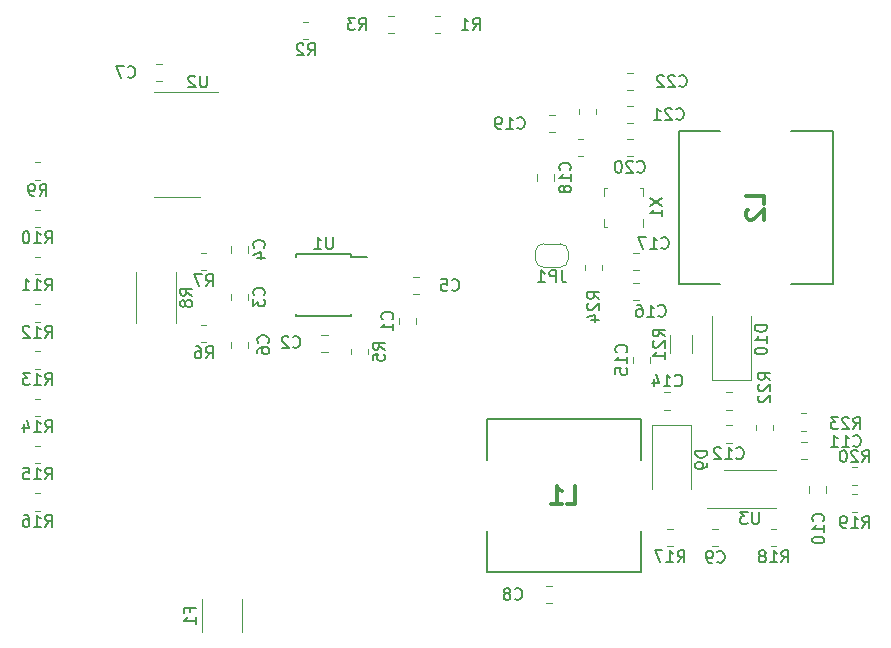
<source format=gbr>
%TF.GenerationSoftware,KiCad,Pcbnew,6.0.4-6f826c9f35~116~ubuntu20.04.1*%
%TF.CreationDate,2022-08-10T08:34:16+00:00*%
%TF.ProjectId,SOLARMINIBAT01A,534f4c41-524d-4494-9e49-424154303141,rev?*%
%TF.SameCoordinates,Original*%
%TF.FileFunction,Legend,Bot*%
%TF.FilePolarity,Positive*%
%FSLAX46Y46*%
G04 Gerber Fmt 4.6, Leading zero omitted, Abs format (unit mm)*
G04 Created by KiCad (PCBNEW 6.0.4-6f826c9f35~116~ubuntu20.04.1) date 2022-08-10 08:34:16*
%MOMM*%
%LPD*%
G01*
G04 APERTURE LIST*
%ADD10C,0.150000*%
%ADD11C,0.304800*%
%ADD12C,0.120000*%
G04 APERTURE END LIST*
D10*
%TO.C,D10*%
X70008380Y36520286D02*
X69008380Y36520286D01*
X69008380Y36282191D01*
X69056000Y36139334D01*
X69151238Y36044096D01*
X69246476Y35996477D01*
X69436952Y35948858D01*
X69579809Y35948858D01*
X69770285Y35996477D01*
X69865523Y36044096D01*
X69960761Y36139334D01*
X70008380Y36282191D01*
X70008380Y36520286D01*
X70008380Y34996477D02*
X70008380Y35567905D01*
X70008380Y35282191D02*
X69008380Y35282191D01*
X69151238Y35377429D01*
X69246476Y35472667D01*
X69294095Y35567905D01*
X69008380Y34377429D02*
X69008380Y34282191D01*
X69056000Y34186953D01*
X69103619Y34139334D01*
X69198857Y34091715D01*
X69389333Y34044096D01*
X69627428Y34044096D01*
X69817904Y34091715D01*
X69913142Y34139334D01*
X69960761Y34186953D01*
X70008380Y34282191D01*
X70008380Y34377429D01*
X69960761Y34472667D01*
X69913142Y34520286D01*
X69817904Y34567905D01*
X69627428Y34615524D01*
X69389333Y34615524D01*
X69198857Y34567905D01*
X69103619Y34520286D01*
X69056000Y34472667D01*
X69008380Y34377429D01*
%TO.C,X1*%
X60164380Y47291524D02*
X61164380Y46624858D01*
X60164380Y46624858D02*
X61164380Y47291524D01*
X61164380Y45720096D02*
X61164380Y46291524D01*
X61164380Y46005810D02*
X60164380Y46005810D01*
X60307238Y46101048D01*
X60402476Y46196286D01*
X60450095Y46291524D01*
%TO.C,R22*%
X70302380Y31884858D02*
X69826190Y32218191D01*
X70302380Y32456286D02*
X69302380Y32456286D01*
X69302380Y32075334D01*
X69350000Y31980096D01*
X69397619Y31932477D01*
X69492857Y31884858D01*
X69635714Y31884858D01*
X69730952Y31932477D01*
X69778571Y31980096D01*
X69826190Y32075334D01*
X69826190Y32456286D01*
X69397619Y31503905D02*
X69350000Y31456286D01*
X69302380Y31361048D01*
X69302380Y31122953D01*
X69350000Y31027715D01*
X69397619Y30980096D01*
X69492857Y30932477D01*
X69588095Y30932477D01*
X69730952Y30980096D01*
X70302380Y31551524D01*
X70302380Y30932477D01*
X69397619Y30551524D02*
X69350000Y30503905D01*
X69302380Y30408667D01*
X69302380Y30170572D01*
X69350000Y30075334D01*
X69397619Y30027715D01*
X69492857Y29980096D01*
X69588095Y29980096D01*
X69730952Y30027715D01*
X70302380Y30599143D01*
X70302380Y29980096D01*
%TO.C,R21*%
X61370380Y35567858D02*
X60894190Y35901191D01*
X61370380Y36139286D02*
X60370380Y36139286D01*
X60370380Y35758334D01*
X60418000Y35663096D01*
X60465619Y35615477D01*
X60560857Y35567858D01*
X60703714Y35567858D01*
X60798952Y35615477D01*
X60846571Y35663096D01*
X60894190Y35758334D01*
X60894190Y36139286D01*
X60465619Y35186905D02*
X60418000Y35139286D01*
X60370380Y35044048D01*
X60370380Y34805953D01*
X60418000Y34710715D01*
X60465619Y34663096D01*
X60560857Y34615477D01*
X60656095Y34615477D01*
X60798952Y34663096D01*
X61370380Y35234524D01*
X61370380Y34615477D01*
X61370380Y33663096D02*
X61370380Y34234524D01*
X61370380Y33948810D02*
X60370380Y33948810D01*
X60513238Y34044048D01*
X60608476Y34139286D01*
X60656095Y34234524D01*
%TO.C,F1*%
X21154571Y12271334D02*
X21154571Y12604667D01*
X21678380Y12604667D02*
X20678380Y12604667D01*
X20678380Y12128477D01*
X21678380Y11223715D02*
X21678380Y11795143D01*
X21678380Y11509429D02*
X20678380Y11509429D01*
X20821238Y11604667D01*
X20916476Y11699905D01*
X20964095Y11795143D01*
%TO.C,C16*%
X60840857Y37332858D02*
X60888476Y37285239D01*
X61031333Y37237620D01*
X61126571Y37237620D01*
X61269428Y37285239D01*
X61364666Y37380477D01*
X61412285Y37475715D01*
X61459904Y37666191D01*
X61459904Y37809048D01*
X61412285Y37999524D01*
X61364666Y38094762D01*
X61269428Y38190000D01*
X61126571Y38237620D01*
X61031333Y38237620D01*
X60888476Y38190000D01*
X60840857Y38142381D01*
X59888476Y37237620D02*
X60459904Y37237620D01*
X60174190Y37237620D02*
X60174190Y38237620D01*
X60269428Y38094762D01*
X60364666Y37999524D01*
X60459904Y37951905D01*
X59031333Y38237620D02*
X59221809Y38237620D01*
X59317047Y38190000D01*
X59364666Y38142381D01*
X59459904Y37999524D01*
X59507523Y37809048D01*
X59507523Y37428096D01*
X59459904Y37332858D01*
X59412285Y37285239D01*
X59317047Y37237620D01*
X59126571Y37237620D01*
X59031333Y37285239D01*
X58983714Y37332858D01*
X58936095Y37428096D01*
X58936095Y37666191D01*
X58983714Y37761429D01*
X59031333Y37809048D01*
X59126571Y37856667D01*
X59317047Y37856667D01*
X59412285Y37809048D01*
X59459904Y37761429D01*
X59507523Y37666191D01*
%TO.C,R19*%
X78112857Y19360620D02*
X78446190Y19836810D01*
X78684285Y19360620D02*
X78684285Y20360620D01*
X78303333Y20360620D01*
X78208095Y20313000D01*
X78160476Y20265381D01*
X78112857Y20170143D01*
X78112857Y20027286D01*
X78160476Y19932048D01*
X78208095Y19884429D01*
X78303333Y19836810D01*
X78684285Y19836810D01*
X77160476Y19360620D02*
X77731904Y19360620D01*
X77446190Y19360620D02*
X77446190Y20360620D01*
X77541428Y20217762D01*
X77636666Y20122524D01*
X77731904Y20074905D01*
X76684285Y19360620D02*
X76493809Y19360620D01*
X76398571Y19408239D01*
X76350952Y19455858D01*
X76255714Y19598715D01*
X76208095Y19789191D01*
X76208095Y20170143D01*
X76255714Y20265381D01*
X76303333Y20313000D01*
X76398571Y20360620D01*
X76589047Y20360620D01*
X76684285Y20313000D01*
X76731904Y20265381D01*
X76779523Y20170143D01*
X76779523Y19932048D01*
X76731904Y19836810D01*
X76684285Y19789191D01*
X76589047Y19741572D01*
X76398571Y19741572D01*
X76303333Y19789191D01*
X76255714Y19836810D01*
X76208095Y19932048D01*
D11*
%TO.C,L2*%
X69777428Y46736000D02*
X69777428Y47461715D01*
X68253428Y47461715D01*
X68398571Y46300572D02*
X68326000Y46228000D01*
X68253428Y46082858D01*
X68253428Y45720000D01*
X68326000Y45574858D01*
X68398571Y45502286D01*
X68543714Y45429715D01*
X68688857Y45429715D01*
X68906571Y45502286D01*
X69777428Y46373143D01*
X69777428Y45429715D01*
D10*
%TO.C,U1*%
X33273904Y43975620D02*
X33273904Y43166096D01*
X33226285Y43070858D01*
X33178666Y43023239D01*
X33083428Y42975620D01*
X32892952Y42975620D01*
X32797714Y43023239D01*
X32750095Y43070858D01*
X32702476Y43166096D01*
X32702476Y43975620D01*
X31702476Y42975620D02*
X32273904Y42975620D01*
X31988190Y42975620D02*
X31988190Y43975620D01*
X32083428Y43832762D01*
X32178666Y43737524D01*
X32273904Y43689905D01*
%TO.C,C17*%
X61094857Y43076858D02*
X61142476Y43029239D01*
X61285333Y42981620D01*
X61380571Y42981620D01*
X61523428Y43029239D01*
X61618666Y43124477D01*
X61666285Y43219715D01*
X61713904Y43410191D01*
X61713904Y43553048D01*
X61666285Y43743524D01*
X61618666Y43838762D01*
X61523428Y43934000D01*
X61380571Y43981620D01*
X61285333Y43981620D01*
X61142476Y43934000D01*
X61094857Y43886381D01*
X60142476Y42981620D02*
X60713904Y42981620D01*
X60428190Y42981620D02*
X60428190Y43981620D01*
X60523428Y43838762D01*
X60618666Y43743524D01*
X60713904Y43695905D01*
X59809142Y43981620D02*
X59142476Y43981620D01*
X59571047Y42981620D01*
%TO.C,R10*%
X8921357Y43457620D02*
X9254690Y43933810D01*
X9492785Y43457620D02*
X9492785Y44457620D01*
X9111833Y44457620D01*
X9016595Y44410000D01*
X8968976Y44362381D01*
X8921357Y44267143D01*
X8921357Y44124286D01*
X8968976Y44029048D01*
X9016595Y43981429D01*
X9111833Y43933810D01*
X9492785Y43933810D01*
X7968976Y43457620D02*
X8540404Y43457620D01*
X8254690Y43457620D02*
X8254690Y44457620D01*
X8349928Y44314762D01*
X8445166Y44219524D01*
X8540404Y44171905D01*
X7349928Y44457620D02*
X7254690Y44457620D01*
X7159452Y44410000D01*
X7111833Y44362381D01*
X7064214Y44267143D01*
X7016595Y44076667D01*
X7016595Y43838572D01*
X7064214Y43648096D01*
X7111833Y43552858D01*
X7159452Y43505239D01*
X7254690Y43457620D01*
X7349928Y43457620D01*
X7445166Y43505239D01*
X7492785Y43552858D01*
X7540404Y43648096D01*
X7588023Y43838572D01*
X7588023Y44076667D01*
X7540404Y44267143D01*
X7492785Y44362381D01*
X7445166Y44410000D01*
X7349928Y44457620D01*
%TO.C,C7*%
X15914666Y57554858D02*
X15962285Y57507239D01*
X16105142Y57459620D01*
X16200380Y57459620D01*
X16343238Y57507239D01*
X16438476Y57602477D01*
X16486095Y57697715D01*
X16533714Y57888191D01*
X16533714Y58031048D01*
X16486095Y58221524D01*
X16438476Y58316762D01*
X16343238Y58412000D01*
X16200380Y58459620D01*
X16105142Y58459620D01*
X15962285Y58412000D01*
X15914666Y58364381D01*
X15581333Y58459620D02*
X14914666Y58459620D01*
X15343238Y57459620D01*
%TO.C,R7*%
X22518666Y39807620D02*
X22852000Y40283810D01*
X23090095Y39807620D02*
X23090095Y40807620D01*
X22709142Y40807620D01*
X22613904Y40760000D01*
X22566285Y40712381D01*
X22518666Y40617143D01*
X22518666Y40474286D01*
X22566285Y40379048D01*
X22613904Y40331429D01*
X22709142Y40283810D01*
X23090095Y40283810D01*
X22185333Y40807620D02*
X21518666Y40807620D01*
X21947238Y39807620D01*
%TO.C,C1*%
X38301142Y37026667D02*
X38348761Y37074286D01*
X38396380Y37217143D01*
X38396380Y37312381D01*
X38348761Y37455239D01*
X38253523Y37550477D01*
X38158285Y37598096D01*
X37967809Y37645715D01*
X37824952Y37645715D01*
X37634476Y37598096D01*
X37539238Y37550477D01*
X37444000Y37455239D01*
X37396380Y37312381D01*
X37396380Y37217143D01*
X37444000Y37074286D01*
X37491619Y37026667D01*
X38396380Y36074286D02*
X38396380Y36645715D01*
X38396380Y36360000D02*
X37396380Y36360000D01*
X37539238Y36455239D01*
X37634476Y36550477D01*
X37682095Y36645715D01*
%TO.C,R24*%
X55824380Y38742858D02*
X55348190Y39076191D01*
X55824380Y39314286D02*
X54824380Y39314286D01*
X54824380Y38933334D01*
X54872000Y38838096D01*
X54919619Y38790477D01*
X55014857Y38742858D01*
X55157714Y38742858D01*
X55252952Y38790477D01*
X55300571Y38838096D01*
X55348190Y38933334D01*
X55348190Y39314286D01*
X54919619Y38361905D02*
X54872000Y38314286D01*
X54824380Y38219048D01*
X54824380Y37980953D01*
X54872000Y37885715D01*
X54919619Y37838096D01*
X55014857Y37790477D01*
X55110095Y37790477D01*
X55252952Y37838096D01*
X55824380Y38409524D01*
X55824380Y37790477D01*
X55157714Y36933334D02*
X55824380Y36933334D01*
X54776761Y37171429D02*
X55491047Y37409524D01*
X55491047Y36790477D01*
%TO.C,C18*%
X53345142Y49664858D02*
X53392761Y49712477D01*
X53440380Y49855334D01*
X53440380Y49950572D01*
X53392761Y50093429D01*
X53297523Y50188667D01*
X53202285Y50236286D01*
X53011809Y50283905D01*
X52868952Y50283905D01*
X52678476Y50236286D01*
X52583238Y50188667D01*
X52488000Y50093429D01*
X52440380Y49950572D01*
X52440380Y49855334D01*
X52488000Y49712477D01*
X52535619Y49664858D01*
X53440380Y48712477D02*
X53440380Y49283905D01*
X53440380Y48998191D02*
X52440380Y48998191D01*
X52583238Y49093429D01*
X52678476Y49188667D01*
X52726095Y49283905D01*
X52868952Y48141048D02*
X52821333Y48236286D01*
X52773714Y48283905D01*
X52678476Y48331524D01*
X52630857Y48331524D01*
X52535619Y48283905D01*
X52488000Y48236286D01*
X52440380Y48141048D01*
X52440380Y47950572D01*
X52488000Y47855334D01*
X52535619Y47807715D01*
X52630857Y47760096D01*
X52678476Y47760096D01*
X52773714Y47807715D01*
X52821333Y47855334D01*
X52868952Y47950572D01*
X52868952Y48141048D01*
X52916571Y48236286D01*
X52964190Y48283905D01*
X53059428Y48331524D01*
X53249904Y48331524D01*
X53345142Y48283905D01*
X53392761Y48236286D01*
X53440380Y48141048D01*
X53440380Y47950572D01*
X53392761Y47855334D01*
X53345142Y47807715D01*
X53249904Y47760096D01*
X53059428Y47760096D01*
X52964190Y47807715D01*
X52916571Y47855334D01*
X52868952Y47950572D01*
%TO.C,C5*%
X43346666Y39520858D02*
X43394285Y39473239D01*
X43537142Y39425620D01*
X43632380Y39425620D01*
X43775238Y39473239D01*
X43870476Y39568477D01*
X43918095Y39663715D01*
X43965714Y39854191D01*
X43965714Y39997048D01*
X43918095Y40187524D01*
X43870476Y40282762D01*
X43775238Y40378000D01*
X43632380Y40425620D01*
X43537142Y40425620D01*
X43394285Y40378000D01*
X43346666Y40330381D01*
X42441904Y40425620D02*
X42918095Y40425620D01*
X42965714Y39949429D01*
X42918095Y39997048D01*
X42822857Y40044667D01*
X42584761Y40044667D01*
X42489523Y39997048D01*
X42441904Y39949429D01*
X42394285Y39854191D01*
X42394285Y39616096D01*
X42441904Y39520858D01*
X42489523Y39473239D01*
X42584761Y39425620D01*
X42822857Y39425620D01*
X42918095Y39473239D01*
X42965714Y39520858D01*
%TO.C,R16*%
X8921357Y19457620D02*
X9254690Y19933810D01*
X9492785Y19457620D02*
X9492785Y20457620D01*
X9111833Y20457620D01*
X9016595Y20410000D01*
X8968976Y20362381D01*
X8921357Y20267143D01*
X8921357Y20124286D01*
X8968976Y20029048D01*
X9016595Y19981429D01*
X9111833Y19933810D01*
X9492785Y19933810D01*
X7968976Y19457620D02*
X8540404Y19457620D01*
X8254690Y19457620D02*
X8254690Y20457620D01*
X8349928Y20314762D01*
X8445166Y20219524D01*
X8540404Y20171905D01*
X7111833Y20457620D02*
X7302309Y20457620D01*
X7397547Y20410000D01*
X7445166Y20362381D01*
X7540404Y20219524D01*
X7588023Y20029048D01*
X7588023Y19648096D01*
X7540404Y19552858D01*
X7492785Y19505239D01*
X7397547Y19457620D01*
X7207071Y19457620D01*
X7111833Y19505239D01*
X7064214Y19552858D01*
X7016595Y19648096D01*
X7016595Y19886191D01*
X7064214Y19981429D01*
X7111833Y20029048D01*
X7207071Y20076667D01*
X7397547Y20076667D01*
X7492785Y20029048D01*
X7540404Y19981429D01*
X7588023Y19886191D01*
%TO.C,R15*%
X8921357Y23457620D02*
X9254690Y23933810D01*
X9492785Y23457620D02*
X9492785Y24457620D01*
X9111833Y24457620D01*
X9016595Y24410000D01*
X8968976Y24362381D01*
X8921357Y24267143D01*
X8921357Y24124286D01*
X8968976Y24029048D01*
X9016595Y23981429D01*
X9111833Y23933810D01*
X9492785Y23933810D01*
X7968976Y23457620D02*
X8540404Y23457620D01*
X8254690Y23457620D02*
X8254690Y24457620D01*
X8349928Y24314762D01*
X8445166Y24219524D01*
X8540404Y24171905D01*
X7064214Y24457620D02*
X7540404Y24457620D01*
X7588023Y23981429D01*
X7540404Y24029048D01*
X7445166Y24076667D01*
X7207071Y24076667D01*
X7111833Y24029048D01*
X7064214Y23981429D01*
X7016595Y23886191D01*
X7016595Y23648096D01*
X7064214Y23552858D01*
X7111833Y23505239D01*
X7207071Y23457620D01*
X7445166Y23457620D01*
X7540404Y23505239D01*
X7588023Y23552858D01*
%TO.C,D9*%
X64968380Y25884096D02*
X63968380Y25884096D01*
X63968380Y25646000D01*
X64016000Y25503143D01*
X64111238Y25407905D01*
X64206476Y25360286D01*
X64396952Y25312667D01*
X64539809Y25312667D01*
X64730285Y25360286D01*
X64825523Y25407905D01*
X64920761Y25503143D01*
X64968380Y25646000D01*
X64968380Y25884096D01*
X64968380Y24836477D02*
X64968380Y24646000D01*
X64920761Y24550762D01*
X64873142Y24503143D01*
X64730285Y24407905D01*
X64539809Y24360286D01*
X64158857Y24360286D01*
X64063619Y24407905D01*
X64016000Y24455524D01*
X63968380Y24550762D01*
X63968380Y24741239D01*
X64016000Y24836477D01*
X64063619Y24884096D01*
X64158857Y24931715D01*
X64396952Y24931715D01*
X64492190Y24884096D01*
X64539809Y24836477D01*
X64587428Y24741239D01*
X64587428Y24550762D01*
X64539809Y24455524D01*
X64492190Y24407905D01*
X64396952Y24360286D01*
%TO.C,C11*%
X77350857Y26312858D02*
X77398476Y26265239D01*
X77541333Y26217620D01*
X77636571Y26217620D01*
X77779428Y26265239D01*
X77874666Y26360477D01*
X77922285Y26455715D01*
X77969904Y26646191D01*
X77969904Y26789048D01*
X77922285Y26979524D01*
X77874666Y27074762D01*
X77779428Y27170000D01*
X77636571Y27217620D01*
X77541333Y27217620D01*
X77398476Y27170000D01*
X77350857Y27122381D01*
X76398476Y26217620D02*
X76969904Y26217620D01*
X76684190Y26217620D02*
X76684190Y27217620D01*
X76779428Y27074762D01*
X76874666Y26979524D01*
X76969904Y26931905D01*
X75446095Y26217620D02*
X76017523Y26217620D01*
X75731809Y26217620D02*
X75731809Y27217620D01*
X75827047Y27074762D01*
X75922285Y26979524D01*
X76017523Y26931905D01*
%TO.C,C20*%
X59062857Y49524858D02*
X59110476Y49477239D01*
X59253333Y49429620D01*
X59348571Y49429620D01*
X59491428Y49477239D01*
X59586666Y49572477D01*
X59634285Y49667715D01*
X59681904Y49858191D01*
X59681904Y50001048D01*
X59634285Y50191524D01*
X59586666Y50286762D01*
X59491428Y50382000D01*
X59348571Y50429620D01*
X59253333Y50429620D01*
X59110476Y50382000D01*
X59062857Y50334381D01*
X58681904Y50334381D02*
X58634285Y50382000D01*
X58539047Y50429620D01*
X58300952Y50429620D01*
X58205714Y50382000D01*
X58158095Y50334381D01*
X58110476Y50239143D01*
X58110476Y50143905D01*
X58158095Y50001048D01*
X58729523Y49429620D01*
X58110476Y49429620D01*
X57491428Y50429620D02*
X57396190Y50429620D01*
X57300952Y50382000D01*
X57253333Y50334381D01*
X57205714Y50239143D01*
X57158095Y50048667D01*
X57158095Y49810572D01*
X57205714Y49620096D01*
X57253333Y49524858D01*
X57300952Y49477239D01*
X57396190Y49429620D01*
X57491428Y49429620D01*
X57586666Y49477239D01*
X57634285Y49524858D01*
X57681904Y49620096D01*
X57729523Y49810572D01*
X57729523Y50048667D01*
X57681904Y50239143D01*
X57634285Y50334381D01*
X57586666Y50382000D01*
X57491428Y50429620D01*
%TO.C,JP1*%
X52649333Y41165620D02*
X52649333Y40451334D01*
X52696952Y40308477D01*
X52792190Y40213239D01*
X52935047Y40165620D01*
X53030285Y40165620D01*
X52173142Y40165620D02*
X52173142Y41165620D01*
X51792190Y41165620D01*
X51696952Y41118000D01*
X51649333Y41070381D01*
X51601714Y40975143D01*
X51601714Y40832286D01*
X51649333Y40737048D01*
X51696952Y40689429D01*
X51792190Y40641810D01*
X52173142Y40641810D01*
X50649333Y40165620D02*
X51220761Y40165620D01*
X50935047Y40165620D02*
X50935047Y41165620D01*
X51030285Y41022762D01*
X51125523Y40927524D01*
X51220761Y40879905D01*
%TO.C,R8*%
X21360380Y39028667D02*
X20884190Y39362000D01*
X21360380Y39600096D02*
X20360380Y39600096D01*
X20360380Y39219143D01*
X20408000Y39123905D01*
X20455619Y39076286D01*
X20550857Y39028667D01*
X20693714Y39028667D01*
X20788952Y39076286D01*
X20836571Y39123905D01*
X20884190Y39219143D01*
X20884190Y39600096D01*
X20788952Y38457239D02*
X20741333Y38552477D01*
X20693714Y38600096D01*
X20598476Y38647715D01*
X20550857Y38647715D01*
X20455619Y38600096D01*
X20408000Y38552477D01*
X20360380Y38457239D01*
X20360380Y38266762D01*
X20408000Y38171524D01*
X20455619Y38123905D01*
X20550857Y38076286D01*
X20598476Y38076286D01*
X20693714Y38123905D01*
X20741333Y38171524D01*
X20788952Y38266762D01*
X20788952Y38457239D01*
X20836571Y38552477D01*
X20884190Y38600096D01*
X20979428Y38647715D01*
X21169904Y38647715D01*
X21265142Y38600096D01*
X21312761Y38552477D01*
X21360380Y38457239D01*
X21360380Y38266762D01*
X21312761Y38171524D01*
X21265142Y38123905D01*
X21169904Y38076286D01*
X20979428Y38076286D01*
X20884190Y38123905D01*
X20836571Y38171524D01*
X20788952Y38266762D01*
%TO.C,C15*%
X58113142Y34231858D02*
X58160761Y34279477D01*
X58208380Y34422334D01*
X58208380Y34517572D01*
X58160761Y34660429D01*
X58065523Y34755667D01*
X57970285Y34803286D01*
X57779809Y34850905D01*
X57636952Y34850905D01*
X57446476Y34803286D01*
X57351238Y34755667D01*
X57256000Y34660429D01*
X57208380Y34517572D01*
X57208380Y34422334D01*
X57256000Y34279477D01*
X57303619Y34231858D01*
X58208380Y33279477D02*
X58208380Y33850905D01*
X58208380Y33565191D02*
X57208380Y33565191D01*
X57351238Y33660429D01*
X57446476Y33755667D01*
X57494095Y33850905D01*
X57208380Y32374715D02*
X57208380Y32850905D01*
X57684571Y32898524D01*
X57636952Y32850905D01*
X57589333Y32755667D01*
X57589333Y32517572D01*
X57636952Y32422334D01*
X57684571Y32374715D01*
X57779809Y32327096D01*
X58017904Y32327096D01*
X58113142Y32374715D01*
X58160761Y32422334D01*
X58208380Y32517572D01*
X58208380Y32755667D01*
X58160761Y32850905D01*
X58113142Y32898524D01*
%TO.C,C6*%
X27789142Y35030667D02*
X27836761Y35078286D01*
X27884380Y35221143D01*
X27884380Y35316381D01*
X27836761Y35459239D01*
X27741523Y35554477D01*
X27646285Y35602096D01*
X27455809Y35649715D01*
X27312952Y35649715D01*
X27122476Y35602096D01*
X27027238Y35554477D01*
X26932000Y35459239D01*
X26884380Y35316381D01*
X26884380Y35221143D01*
X26932000Y35078286D01*
X26979619Y35030667D01*
X26884380Y34173524D02*
X26884380Y34364000D01*
X26932000Y34459239D01*
X26979619Y34506858D01*
X27122476Y34602096D01*
X27312952Y34649715D01*
X27693904Y34649715D01*
X27789142Y34602096D01*
X27836761Y34554477D01*
X27884380Y34459239D01*
X27884380Y34268762D01*
X27836761Y34173524D01*
X27789142Y34125905D01*
X27693904Y34078286D01*
X27455809Y34078286D01*
X27360571Y34125905D01*
X27312952Y34173524D01*
X27265333Y34268762D01*
X27265333Y34459239D01*
X27312952Y34554477D01*
X27360571Y34602096D01*
X27455809Y34649715D01*
%TO.C,C14*%
X62237857Y31421858D02*
X62285476Y31374239D01*
X62428333Y31326620D01*
X62523571Y31326620D01*
X62666428Y31374239D01*
X62761666Y31469477D01*
X62809285Y31564715D01*
X62856904Y31755191D01*
X62856904Y31898048D01*
X62809285Y32088524D01*
X62761666Y32183762D01*
X62666428Y32279000D01*
X62523571Y32326620D01*
X62428333Y32326620D01*
X62285476Y32279000D01*
X62237857Y32231381D01*
X61285476Y31326620D02*
X61856904Y31326620D01*
X61571190Y31326620D02*
X61571190Y32326620D01*
X61666428Y32183762D01*
X61761666Y32088524D01*
X61856904Y32040905D01*
X60428333Y31993286D02*
X60428333Y31326620D01*
X60666428Y32374239D02*
X60904523Y31659953D01*
X60285476Y31659953D01*
%TO.C,R3*%
X35472666Y61523620D02*
X35806000Y61999810D01*
X36044095Y61523620D02*
X36044095Y62523620D01*
X35663142Y62523620D01*
X35567904Y62476000D01*
X35520285Y62428381D01*
X35472666Y62333143D01*
X35472666Y62190286D01*
X35520285Y62095048D01*
X35567904Y62047429D01*
X35663142Y61999810D01*
X36044095Y61999810D01*
X35139333Y62523620D02*
X34520285Y62523620D01*
X34853619Y62142667D01*
X34710761Y62142667D01*
X34615523Y62095048D01*
X34567904Y62047429D01*
X34520285Y61952191D01*
X34520285Y61714096D01*
X34567904Y61618858D01*
X34615523Y61571239D01*
X34710761Y61523620D01*
X34996476Y61523620D01*
X35091714Y61571239D01*
X35139333Y61618858D01*
%TO.C,C10*%
X74779142Y19946858D02*
X74826761Y19994477D01*
X74874380Y20137334D01*
X74874380Y20232572D01*
X74826761Y20375429D01*
X74731523Y20470667D01*
X74636285Y20518286D01*
X74445809Y20565905D01*
X74302952Y20565905D01*
X74112476Y20518286D01*
X74017238Y20470667D01*
X73922000Y20375429D01*
X73874380Y20232572D01*
X73874380Y20137334D01*
X73922000Y19994477D01*
X73969619Y19946858D01*
X74874380Y18994477D02*
X74874380Y19565905D01*
X74874380Y19280191D02*
X73874380Y19280191D01*
X74017238Y19375429D01*
X74112476Y19470667D01*
X74160095Y19565905D01*
X73874380Y18375429D02*
X73874380Y18280191D01*
X73922000Y18184953D01*
X73969619Y18137334D01*
X74064857Y18089715D01*
X74255333Y18042096D01*
X74493428Y18042096D01*
X74683904Y18089715D01*
X74779142Y18137334D01*
X74826761Y18184953D01*
X74874380Y18280191D01*
X74874380Y18375429D01*
X74826761Y18470667D01*
X74779142Y18518286D01*
X74683904Y18565905D01*
X74493428Y18613524D01*
X74255333Y18613524D01*
X74064857Y18565905D01*
X73969619Y18518286D01*
X73922000Y18470667D01*
X73874380Y18375429D01*
%TO.C,R14*%
X8921357Y27457620D02*
X9254690Y27933810D01*
X9492785Y27457620D02*
X9492785Y28457620D01*
X9111833Y28457620D01*
X9016595Y28410000D01*
X8968976Y28362381D01*
X8921357Y28267143D01*
X8921357Y28124286D01*
X8968976Y28029048D01*
X9016595Y27981429D01*
X9111833Y27933810D01*
X9492785Y27933810D01*
X7968976Y27457620D02*
X8540404Y27457620D01*
X8254690Y27457620D02*
X8254690Y28457620D01*
X8349928Y28314762D01*
X8445166Y28219524D01*
X8540404Y28171905D01*
X7111833Y28124286D02*
X7111833Y27457620D01*
X7349928Y28505239D02*
X7588023Y27790953D01*
X6968976Y27790953D01*
%TO.C,R6*%
X22518666Y33711620D02*
X22852000Y34187810D01*
X23090095Y33711620D02*
X23090095Y34711620D01*
X22709142Y34711620D01*
X22613904Y34664000D01*
X22566285Y34616381D01*
X22518666Y34521143D01*
X22518666Y34378286D01*
X22566285Y34283048D01*
X22613904Y34235429D01*
X22709142Y34187810D01*
X23090095Y34187810D01*
X21661523Y34711620D02*
X21852000Y34711620D01*
X21947238Y34664000D01*
X21994857Y34616381D01*
X22090095Y34473524D01*
X22137714Y34283048D01*
X22137714Y33902096D01*
X22090095Y33806858D01*
X22042476Y33759239D01*
X21947238Y33711620D01*
X21756761Y33711620D01*
X21661523Y33759239D01*
X21613904Y33806858D01*
X21566285Y33902096D01*
X21566285Y34140191D01*
X21613904Y34235429D01*
X21661523Y34283048D01*
X21756761Y34330667D01*
X21947238Y34330667D01*
X22042476Y34283048D01*
X22090095Y34235429D01*
X22137714Y34140191D01*
%TO.C,R18*%
X71254857Y16439620D02*
X71588190Y16915810D01*
X71826285Y16439620D02*
X71826285Y17439620D01*
X71445333Y17439620D01*
X71350095Y17392000D01*
X71302476Y17344381D01*
X71254857Y17249143D01*
X71254857Y17106286D01*
X71302476Y17011048D01*
X71350095Y16963429D01*
X71445333Y16915810D01*
X71826285Y16915810D01*
X70302476Y16439620D02*
X70873904Y16439620D01*
X70588190Y16439620D02*
X70588190Y17439620D01*
X70683428Y17296762D01*
X70778666Y17201524D01*
X70873904Y17153905D01*
X69731047Y17011048D02*
X69826285Y17058667D01*
X69873904Y17106286D01*
X69921523Y17201524D01*
X69921523Y17249143D01*
X69873904Y17344381D01*
X69826285Y17392000D01*
X69731047Y17439620D01*
X69540571Y17439620D01*
X69445333Y17392000D01*
X69397714Y17344381D01*
X69350095Y17249143D01*
X69350095Y17201524D01*
X69397714Y17106286D01*
X69445333Y17058667D01*
X69540571Y17011048D01*
X69731047Y17011048D01*
X69826285Y16963429D01*
X69873904Y16915810D01*
X69921523Y16820572D01*
X69921523Y16630096D01*
X69873904Y16534858D01*
X69826285Y16487239D01*
X69731047Y16439620D01*
X69540571Y16439620D01*
X69445333Y16487239D01*
X69397714Y16534858D01*
X69350095Y16630096D01*
X69350095Y16820572D01*
X69397714Y16915810D01*
X69445333Y16963429D01*
X69540571Y17011048D01*
%TO.C,U2*%
X22605904Y57643620D02*
X22605904Y56834096D01*
X22558285Y56738858D01*
X22510666Y56691239D01*
X22415428Y56643620D01*
X22224952Y56643620D01*
X22129714Y56691239D01*
X22082095Y56738858D01*
X22034476Y56834096D01*
X22034476Y57643620D01*
X21605904Y57548381D02*
X21558285Y57596000D01*
X21463047Y57643620D01*
X21224952Y57643620D01*
X21129714Y57596000D01*
X21082095Y57548381D01*
X21034476Y57453143D01*
X21034476Y57357905D01*
X21082095Y57215048D01*
X21653523Y56643620D01*
X21034476Y56643620D01*
%TO.C,C22*%
X62618857Y56792858D02*
X62666476Y56745239D01*
X62809333Y56697620D01*
X62904571Y56697620D01*
X63047428Y56745239D01*
X63142666Y56840477D01*
X63190285Y56935715D01*
X63237904Y57126191D01*
X63237904Y57269048D01*
X63190285Y57459524D01*
X63142666Y57554762D01*
X63047428Y57650000D01*
X62904571Y57697620D01*
X62809333Y57697620D01*
X62666476Y57650000D01*
X62618857Y57602381D01*
X62237904Y57602381D02*
X62190285Y57650000D01*
X62095047Y57697620D01*
X61856952Y57697620D01*
X61761714Y57650000D01*
X61714095Y57602381D01*
X61666476Y57507143D01*
X61666476Y57411905D01*
X61714095Y57269048D01*
X62285523Y56697620D01*
X61666476Y56697620D01*
X61285523Y57602381D02*
X61237904Y57650000D01*
X61142666Y57697620D01*
X60904571Y57697620D01*
X60809333Y57650000D01*
X60761714Y57602381D01*
X60714095Y57507143D01*
X60714095Y57411905D01*
X60761714Y57269048D01*
X61333142Y56697620D01*
X60714095Y56697620D01*
%TO.C,R17*%
X62468357Y16439620D02*
X62801690Y16915810D01*
X63039785Y16439620D02*
X63039785Y17439620D01*
X62658833Y17439620D01*
X62563595Y17392000D01*
X62515976Y17344381D01*
X62468357Y17249143D01*
X62468357Y17106286D01*
X62515976Y17011048D01*
X62563595Y16963429D01*
X62658833Y16915810D01*
X63039785Y16915810D01*
X61515976Y16439620D02*
X62087404Y16439620D01*
X61801690Y16439620D02*
X61801690Y17439620D01*
X61896928Y17296762D01*
X61992166Y17201524D01*
X62087404Y17153905D01*
X61182642Y17439620D02*
X60515976Y17439620D01*
X60944547Y16439620D01*
%TO.C,C19*%
X48902857Y53236858D02*
X48950476Y53189239D01*
X49093333Y53141620D01*
X49188571Y53141620D01*
X49331428Y53189239D01*
X49426666Y53284477D01*
X49474285Y53379715D01*
X49521904Y53570191D01*
X49521904Y53713048D01*
X49474285Y53903524D01*
X49426666Y53998762D01*
X49331428Y54094000D01*
X49188571Y54141620D01*
X49093333Y54141620D01*
X48950476Y54094000D01*
X48902857Y54046381D01*
X47950476Y53141620D02*
X48521904Y53141620D01*
X48236190Y53141620D02*
X48236190Y54141620D01*
X48331428Y53998762D01*
X48426666Y53903524D01*
X48521904Y53855905D01*
X47474285Y53141620D02*
X47283809Y53141620D01*
X47188571Y53189239D01*
X47140952Y53236858D01*
X47045714Y53379715D01*
X46998095Y53570191D01*
X46998095Y53951143D01*
X47045714Y54046381D01*
X47093333Y54094000D01*
X47188571Y54141620D01*
X47379047Y54141620D01*
X47474285Y54094000D01*
X47521904Y54046381D01*
X47569523Y53951143D01*
X47569523Y53713048D01*
X47521904Y53617810D01*
X47474285Y53570191D01*
X47379047Y53522572D01*
X47188571Y53522572D01*
X47093333Y53570191D01*
X47045714Y53617810D01*
X46998095Y53713048D01*
%TO.C,R12*%
X8921357Y35457620D02*
X9254690Y35933810D01*
X9492785Y35457620D02*
X9492785Y36457620D01*
X9111833Y36457620D01*
X9016595Y36410000D01*
X8968976Y36362381D01*
X8921357Y36267143D01*
X8921357Y36124286D01*
X8968976Y36029048D01*
X9016595Y35981429D01*
X9111833Y35933810D01*
X9492785Y35933810D01*
X7968976Y35457620D02*
X8540404Y35457620D01*
X8254690Y35457620D02*
X8254690Y36457620D01*
X8349928Y36314762D01*
X8445166Y36219524D01*
X8540404Y36171905D01*
X7588023Y36362381D02*
X7540404Y36410000D01*
X7445166Y36457620D01*
X7207071Y36457620D01*
X7111833Y36410000D01*
X7064214Y36362381D01*
X7016595Y36267143D01*
X7016595Y36171905D01*
X7064214Y36029048D01*
X7635642Y35457620D01*
X7016595Y35457620D01*
%TO.C,R23*%
X77350857Y27741620D02*
X77684190Y28217810D01*
X77922285Y27741620D02*
X77922285Y28741620D01*
X77541333Y28741620D01*
X77446095Y28694000D01*
X77398476Y28646381D01*
X77350857Y28551143D01*
X77350857Y28408286D01*
X77398476Y28313048D01*
X77446095Y28265429D01*
X77541333Y28217810D01*
X77922285Y28217810D01*
X76969904Y28646381D02*
X76922285Y28694000D01*
X76827047Y28741620D01*
X76588952Y28741620D01*
X76493714Y28694000D01*
X76446095Y28646381D01*
X76398476Y28551143D01*
X76398476Y28455905D01*
X76446095Y28313048D01*
X77017523Y27741620D01*
X76398476Y27741620D01*
X76065142Y28741620D02*
X75446095Y28741620D01*
X75779428Y28360667D01*
X75636571Y28360667D01*
X75541333Y28313048D01*
X75493714Y28265429D01*
X75446095Y28170191D01*
X75446095Y27932096D01*
X75493714Y27836858D01*
X75541333Y27789239D01*
X75636571Y27741620D01*
X75922285Y27741620D01*
X76017523Y27789239D01*
X76065142Y27836858D01*
%TO.C,C4*%
X27437142Y43092667D02*
X27484761Y43140286D01*
X27532380Y43283143D01*
X27532380Y43378381D01*
X27484761Y43521239D01*
X27389523Y43616477D01*
X27294285Y43664096D01*
X27103809Y43711715D01*
X26960952Y43711715D01*
X26770476Y43664096D01*
X26675238Y43616477D01*
X26580000Y43521239D01*
X26532380Y43378381D01*
X26532380Y43283143D01*
X26580000Y43140286D01*
X26627619Y43092667D01*
X26865714Y42235524D02*
X27532380Y42235524D01*
X26484761Y42473620D02*
X27199047Y42711715D01*
X27199047Y42092667D01*
%TO.C,R1*%
X45124666Y61523620D02*
X45458000Y61999810D01*
X45696095Y61523620D02*
X45696095Y62523620D01*
X45315142Y62523620D01*
X45219904Y62476000D01*
X45172285Y62428381D01*
X45124666Y62333143D01*
X45124666Y62190286D01*
X45172285Y62095048D01*
X45219904Y62047429D01*
X45315142Y61999810D01*
X45696095Y61999810D01*
X44172285Y61523620D02*
X44743714Y61523620D01*
X44458000Y61523620D02*
X44458000Y62523620D01*
X44553238Y62380762D01*
X44648476Y62285524D01*
X44743714Y62237905D01*
%TO.C,C2*%
X29884666Y34694858D02*
X29932285Y34647239D01*
X30075142Y34599620D01*
X30170380Y34599620D01*
X30313238Y34647239D01*
X30408476Y34742477D01*
X30456095Y34837715D01*
X30503714Y35028191D01*
X30503714Y35171048D01*
X30456095Y35361524D01*
X30408476Y35456762D01*
X30313238Y35552000D01*
X30170380Y35599620D01*
X30075142Y35599620D01*
X29932285Y35552000D01*
X29884666Y35504381D01*
X29503714Y35504381D02*
X29456095Y35552000D01*
X29360857Y35599620D01*
X29122761Y35599620D01*
X29027523Y35552000D01*
X28979904Y35504381D01*
X28932285Y35409143D01*
X28932285Y35313905D01*
X28979904Y35171048D01*
X29551333Y34599620D01*
X28932285Y34599620D01*
D11*
%TO.C,L1*%
X53086000Y21408572D02*
X53811714Y21408572D01*
X53811714Y22932572D01*
X51779714Y21408572D02*
X52650571Y21408572D01*
X52215142Y21408572D02*
X52215142Y22932572D01*
X52360285Y22714858D01*
X52505428Y22569715D01*
X52650571Y22497143D01*
D10*
%TO.C,C12*%
X67444857Y25267858D02*
X67492476Y25220239D01*
X67635333Y25172620D01*
X67730571Y25172620D01*
X67873428Y25220239D01*
X67968666Y25315477D01*
X68016285Y25410715D01*
X68063904Y25601191D01*
X68063904Y25744048D01*
X68016285Y25934524D01*
X67968666Y26029762D01*
X67873428Y26125000D01*
X67730571Y26172620D01*
X67635333Y26172620D01*
X67492476Y26125000D01*
X67444857Y26077381D01*
X66492476Y25172620D02*
X67063904Y25172620D01*
X66778190Y25172620D02*
X66778190Y26172620D01*
X66873428Y26029762D01*
X66968666Y25934524D01*
X67063904Y25886905D01*
X66111523Y26077381D02*
X66063904Y26125000D01*
X65968666Y26172620D01*
X65730571Y26172620D01*
X65635333Y26125000D01*
X65587714Y26077381D01*
X65540095Y25982143D01*
X65540095Y25886905D01*
X65587714Y25744048D01*
X66159142Y25172620D01*
X65540095Y25172620D01*
%TO.C,C21*%
X62364857Y53998858D02*
X62412476Y53951239D01*
X62555333Y53903620D01*
X62650571Y53903620D01*
X62793428Y53951239D01*
X62888666Y54046477D01*
X62936285Y54141715D01*
X62983904Y54332191D01*
X62983904Y54475048D01*
X62936285Y54665524D01*
X62888666Y54760762D01*
X62793428Y54856000D01*
X62650571Y54903620D01*
X62555333Y54903620D01*
X62412476Y54856000D01*
X62364857Y54808381D01*
X61983904Y54808381D02*
X61936285Y54856000D01*
X61841047Y54903620D01*
X61602952Y54903620D01*
X61507714Y54856000D01*
X61460095Y54808381D01*
X61412476Y54713143D01*
X61412476Y54617905D01*
X61460095Y54475048D01*
X62031523Y53903620D01*
X61412476Y53903620D01*
X60460095Y53903620D02*
X61031523Y53903620D01*
X60745809Y53903620D02*
X60745809Y54903620D01*
X60841047Y54760762D01*
X60936285Y54665524D01*
X61031523Y54617905D01*
%TO.C,R11*%
X8921357Y39457620D02*
X9254690Y39933810D01*
X9492785Y39457620D02*
X9492785Y40457620D01*
X9111833Y40457620D01*
X9016595Y40410000D01*
X8968976Y40362381D01*
X8921357Y40267143D01*
X8921357Y40124286D01*
X8968976Y40029048D01*
X9016595Y39981429D01*
X9111833Y39933810D01*
X9492785Y39933810D01*
X7968976Y39457620D02*
X8540404Y39457620D01*
X8254690Y39457620D02*
X8254690Y40457620D01*
X8349928Y40314762D01*
X8445166Y40219524D01*
X8540404Y40171905D01*
X7016595Y39457620D02*
X7588023Y39457620D01*
X7302309Y39457620D02*
X7302309Y40457620D01*
X7397547Y40314762D01*
X7492785Y40219524D01*
X7588023Y40171905D01*
%TO.C,U3*%
X69341904Y20703620D02*
X69341904Y19894096D01*
X69294285Y19798858D01*
X69246666Y19751239D01*
X69151428Y19703620D01*
X68960952Y19703620D01*
X68865714Y19751239D01*
X68818095Y19798858D01*
X68770476Y19894096D01*
X68770476Y20703620D01*
X68389523Y20703620D02*
X67770476Y20703620D01*
X68103809Y20322667D01*
X67960952Y20322667D01*
X67865714Y20275048D01*
X67818095Y20227429D01*
X67770476Y20132191D01*
X67770476Y19894096D01*
X67818095Y19798858D01*
X67865714Y19751239D01*
X67960952Y19703620D01*
X68246666Y19703620D01*
X68341904Y19751239D01*
X68389523Y19798858D01*
%TO.C,R9*%
X8445166Y47457620D02*
X8778500Y47933810D01*
X9016595Y47457620D02*
X9016595Y48457620D01*
X8635642Y48457620D01*
X8540404Y48410000D01*
X8492785Y48362381D01*
X8445166Y48267143D01*
X8445166Y48124286D01*
X8492785Y48029048D01*
X8540404Y47981429D01*
X8635642Y47933810D01*
X9016595Y47933810D01*
X7968976Y47457620D02*
X7778500Y47457620D01*
X7683261Y47505239D01*
X7635642Y47552858D01*
X7540404Y47695715D01*
X7492785Y47886191D01*
X7492785Y48267143D01*
X7540404Y48362381D01*
X7588023Y48410000D01*
X7683261Y48457620D01*
X7873738Y48457620D01*
X7968976Y48410000D01*
X8016595Y48362381D01*
X8064214Y48267143D01*
X8064214Y48029048D01*
X8016595Y47933810D01*
X7968976Y47886191D01*
X7873738Y47838572D01*
X7683261Y47838572D01*
X7588023Y47886191D01*
X7540404Y47933810D01*
X7492785Y48029048D01*
%TO.C,C9*%
X65825666Y16504858D02*
X65873285Y16457239D01*
X66016142Y16409620D01*
X66111380Y16409620D01*
X66254238Y16457239D01*
X66349476Y16552477D01*
X66397095Y16647715D01*
X66444714Y16838191D01*
X66444714Y16981048D01*
X66397095Y17171524D01*
X66349476Y17266762D01*
X66254238Y17362000D01*
X66111380Y17409620D01*
X66016142Y17409620D01*
X65873285Y17362000D01*
X65825666Y17314381D01*
X65349476Y16409620D02*
X65159000Y16409620D01*
X65063761Y16457239D01*
X65016142Y16504858D01*
X64920904Y16647715D01*
X64873285Y16838191D01*
X64873285Y17219143D01*
X64920904Y17314381D01*
X64968523Y17362000D01*
X65063761Y17409620D01*
X65254238Y17409620D01*
X65349476Y17362000D01*
X65397095Y17314381D01*
X65444714Y17219143D01*
X65444714Y16981048D01*
X65397095Y16885810D01*
X65349476Y16838191D01*
X65254238Y16790572D01*
X65063761Y16790572D01*
X64968523Y16838191D01*
X64920904Y16885810D01*
X64873285Y16981048D01*
%TO.C,R13*%
X8921357Y31457620D02*
X9254690Y31933810D01*
X9492785Y31457620D02*
X9492785Y32457620D01*
X9111833Y32457620D01*
X9016595Y32410000D01*
X8968976Y32362381D01*
X8921357Y32267143D01*
X8921357Y32124286D01*
X8968976Y32029048D01*
X9016595Y31981429D01*
X9111833Y31933810D01*
X9492785Y31933810D01*
X7968976Y31457620D02*
X8540404Y31457620D01*
X8254690Y31457620D02*
X8254690Y32457620D01*
X8349928Y32314762D01*
X8445166Y32219524D01*
X8540404Y32171905D01*
X7635642Y32457620D02*
X7016595Y32457620D01*
X7349928Y32076667D01*
X7207071Y32076667D01*
X7111833Y32029048D01*
X7064214Y31981429D01*
X7016595Y31886191D01*
X7016595Y31648096D01*
X7064214Y31552858D01*
X7111833Y31505239D01*
X7207071Y31457620D01*
X7492785Y31457620D01*
X7588023Y31505239D01*
X7635642Y31552858D01*
%TO.C,R2*%
X31154666Y59365620D02*
X31488000Y59841810D01*
X31726095Y59365620D02*
X31726095Y60365620D01*
X31345142Y60365620D01*
X31249904Y60318000D01*
X31202285Y60270381D01*
X31154666Y60175143D01*
X31154666Y60032286D01*
X31202285Y59937048D01*
X31249904Y59889429D01*
X31345142Y59841810D01*
X31726095Y59841810D01*
X30773714Y60270381D02*
X30726095Y60318000D01*
X30630857Y60365620D01*
X30392761Y60365620D01*
X30297523Y60318000D01*
X30249904Y60270381D01*
X30202285Y60175143D01*
X30202285Y60079905D01*
X30249904Y59937048D01*
X30821333Y59365620D01*
X30202285Y59365620D01*
%TO.C,R5*%
X37662380Y34456667D02*
X37186190Y34790000D01*
X37662380Y35028096D02*
X36662380Y35028096D01*
X36662380Y34647143D01*
X36710000Y34551905D01*
X36757619Y34504286D01*
X36852857Y34456667D01*
X36995714Y34456667D01*
X37090952Y34504286D01*
X37138571Y34551905D01*
X37186190Y34647143D01*
X37186190Y35028096D01*
X36662380Y33551905D02*
X36662380Y34028096D01*
X37138571Y34075715D01*
X37090952Y34028096D01*
X37043333Y33932858D01*
X37043333Y33694762D01*
X37090952Y33599524D01*
X37138571Y33551905D01*
X37233809Y33504286D01*
X37471904Y33504286D01*
X37567142Y33551905D01*
X37614761Y33599524D01*
X37662380Y33694762D01*
X37662380Y33932858D01*
X37614761Y34028096D01*
X37567142Y34075715D01*
%TO.C,C8*%
X48680666Y13358858D02*
X48728285Y13311239D01*
X48871142Y13263620D01*
X48966380Y13263620D01*
X49109238Y13311239D01*
X49204476Y13406477D01*
X49252095Y13501715D01*
X49299714Y13692191D01*
X49299714Y13835048D01*
X49252095Y14025524D01*
X49204476Y14120762D01*
X49109238Y14216000D01*
X48966380Y14263620D01*
X48871142Y14263620D01*
X48728285Y14216000D01*
X48680666Y14168381D01*
X48109238Y13835048D02*
X48204476Y13882667D01*
X48252095Y13930286D01*
X48299714Y14025524D01*
X48299714Y14073143D01*
X48252095Y14168381D01*
X48204476Y14216000D01*
X48109238Y14263620D01*
X47918761Y14263620D01*
X47823523Y14216000D01*
X47775904Y14168381D01*
X47728285Y14073143D01*
X47728285Y14025524D01*
X47775904Y13930286D01*
X47823523Y13882667D01*
X47918761Y13835048D01*
X48109238Y13835048D01*
X48204476Y13787429D01*
X48252095Y13739810D01*
X48299714Y13644572D01*
X48299714Y13454096D01*
X48252095Y13358858D01*
X48204476Y13311239D01*
X48109238Y13263620D01*
X47918761Y13263620D01*
X47823523Y13311239D01*
X47775904Y13358858D01*
X47728285Y13454096D01*
X47728285Y13644572D01*
X47775904Y13739810D01*
X47823523Y13787429D01*
X47918761Y13835048D01*
%TO.C,C3*%
X27437142Y39061667D02*
X27484761Y39109286D01*
X27532380Y39252143D01*
X27532380Y39347381D01*
X27484761Y39490239D01*
X27389523Y39585477D01*
X27294285Y39633096D01*
X27103809Y39680715D01*
X26960952Y39680715D01*
X26770476Y39633096D01*
X26675238Y39585477D01*
X26580000Y39490239D01*
X26532380Y39347381D01*
X26532380Y39252143D01*
X26580000Y39109286D01*
X26627619Y39061667D01*
X26532380Y38728334D02*
X26532380Y38109286D01*
X26913333Y38442620D01*
X26913333Y38299762D01*
X26960952Y38204524D01*
X27008571Y38156905D01*
X27103809Y38109286D01*
X27341904Y38109286D01*
X27437142Y38156905D01*
X27484761Y38204524D01*
X27532380Y38299762D01*
X27532380Y38585477D01*
X27484761Y38680715D01*
X27437142Y38728334D01*
%TO.C,R20*%
X78112857Y24947620D02*
X78446190Y25423810D01*
X78684285Y24947620D02*
X78684285Y25947620D01*
X78303333Y25947620D01*
X78208095Y25900000D01*
X78160476Y25852381D01*
X78112857Y25757143D01*
X78112857Y25614286D01*
X78160476Y25519048D01*
X78208095Y25471429D01*
X78303333Y25423810D01*
X78684285Y25423810D01*
X77731904Y25852381D02*
X77684285Y25900000D01*
X77589047Y25947620D01*
X77350952Y25947620D01*
X77255714Y25900000D01*
X77208095Y25852381D01*
X77160476Y25757143D01*
X77160476Y25661905D01*
X77208095Y25519048D01*
X77779523Y24947620D01*
X77160476Y24947620D01*
X76541428Y25947620D02*
X76446190Y25947620D01*
X76350952Y25900000D01*
X76303333Y25852381D01*
X76255714Y25757143D01*
X76208095Y25566667D01*
X76208095Y25328572D01*
X76255714Y25138096D01*
X76303333Y25042858D01*
X76350952Y24995239D01*
X76446190Y24947620D01*
X76541428Y24947620D01*
X76636666Y24995239D01*
X76684285Y25042858D01*
X76731904Y25138096D01*
X76779523Y25328572D01*
X76779523Y25566667D01*
X76731904Y25757143D01*
X76684285Y25852381D01*
X76636666Y25900000D01*
X76541428Y25947620D01*
D12*
%TO.C,D10*%
X65406000Y31906000D02*
X65406000Y37306000D01*
X68706000Y31906000D02*
X65406000Y31906000D01*
X68706000Y31906000D02*
X68706000Y37306000D01*
%TO.C,C13*%
X66540748Y29364000D02*
X67063252Y29364000D01*
X66540748Y30834000D02*
X67063252Y30834000D01*
%TO.C,X1*%
X56262000Y44832000D02*
X56262000Y45497000D01*
X56262000Y44832000D02*
X56512000Y44832000D01*
X56512000Y48132000D02*
X56262000Y48132000D01*
X59562000Y47467000D02*
X59562000Y48132000D01*
X59312000Y48132000D02*
X59562000Y48132000D01*
X56262000Y47467000D02*
X56262000Y48132000D01*
X59562000Y44832000D02*
X59562000Y45497000D01*
%TO.C,R22*%
X70585000Y27609436D02*
X70585000Y28063564D01*
X69115000Y27609436D02*
X69115000Y28063564D01*
%TO.C,R21*%
X61828000Y35652064D02*
X61828000Y34197936D01*
X63648000Y35652064D02*
X63648000Y34197936D01*
%TO.C,F1*%
X25586000Y13324252D02*
X25586000Y10551748D01*
X22166000Y13324252D02*
X22166000Y10551748D01*
%TO.C,C16*%
X58666748Y40105000D02*
X59189252Y40105000D01*
X58666748Y38635000D02*
X59189252Y38635000D01*
%TO.C,R26*%
X54479564Y50827000D02*
X54025436Y50827000D01*
X54479564Y52297000D02*
X54025436Y52297000D01*
%TO.C,R19*%
X77242936Y20728000D02*
X77697064Y20728000D01*
X77242936Y22198000D02*
X77697064Y22198000D01*
D10*
%TO.C,L2*%
X72088000Y52982000D02*
X75588000Y52982000D01*
X75588000Y52982000D02*
X75588000Y39982000D01*
X66088000Y39982000D02*
X62588000Y39982000D01*
X62588000Y52982000D02*
X66088000Y52982000D01*
X75588000Y39982000D02*
X72088000Y39982000D01*
X62588000Y39982000D02*
X62588000Y52982000D01*
%TO.C,U1*%
X34837000Y42503000D02*
X34837000Y42278000D01*
X34837000Y42278000D02*
X36187000Y42278000D01*
X34837000Y42503000D02*
X30187000Y42503000D01*
X34837000Y37253000D02*
X34837000Y37478000D01*
X30187000Y37253000D02*
X30187000Y37478000D01*
X30187000Y42503000D02*
X30187000Y42278000D01*
X34837000Y37253000D02*
X30187000Y37253000D01*
D12*
%TO.C,C17*%
X58666748Y41175000D02*
X59189252Y41175000D01*
X58666748Y42645000D02*
X59189252Y42645000D01*
%TO.C,R10*%
X8051436Y46295000D02*
X8505564Y46295000D01*
X8051436Y44825000D02*
X8505564Y44825000D01*
%TO.C,C7*%
X18280748Y58647000D02*
X18803252Y58647000D01*
X18280748Y57177000D02*
X18803252Y57177000D01*
%TO.C,R7*%
X22124936Y42645000D02*
X22579064Y42645000D01*
X22124936Y41175000D02*
X22579064Y41175000D01*
%TO.C,R25*%
X55599000Y54837064D02*
X55599000Y54382936D01*
X54129000Y54837064D02*
X54129000Y54382936D01*
%TO.C,C1*%
X38889000Y37121252D02*
X38889000Y36598748D01*
X40359000Y37121252D02*
X40359000Y36598748D01*
%TO.C,R24*%
X54637000Y41174936D02*
X54637000Y41629064D01*
X56107000Y41174936D02*
X56107000Y41629064D01*
%TO.C,C18*%
X52043000Y48760748D02*
X52043000Y49283252D01*
X50573000Y48760748D02*
X50573000Y49283252D01*
%TO.C,C5*%
X40082748Y39143000D02*
X40605252Y39143000D01*
X40082748Y40613000D02*
X40605252Y40613000D01*
%TO.C,R16*%
X8051436Y20825000D02*
X8505564Y20825000D01*
X8051436Y22295000D02*
X8505564Y22295000D01*
%TO.C,R15*%
X8051436Y26295000D02*
X8505564Y26295000D01*
X8051436Y24825000D02*
X8505564Y24825000D01*
%TO.C,D9*%
X60326000Y28038000D02*
X63626000Y28038000D01*
X63626000Y28038000D02*
X63626000Y22638000D01*
X60326000Y28038000D02*
X60326000Y22638000D01*
%TO.C,C11*%
X72890748Y26643000D02*
X73413252Y26643000D01*
X72890748Y25173000D02*
X73413252Y25173000D01*
%TO.C,C20*%
X58158748Y50827000D02*
X58681252Y50827000D01*
X58158748Y52297000D02*
X58681252Y52297000D01*
%TO.C,JP1*%
X50416000Y42718000D02*
X50416000Y42118000D01*
X51116000Y41418000D02*
X52516000Y41418000D01*
X53216000Y42118000D02*
X53216000Y42718000D01*
X52516000Y43418000D02*
X51116000Y43418000D01*
X52516000Y41418000D02*
G75*
G03*
X53216000Y42118000I0J700000D01*
G01*
X50416000Y42118000D02*
G75*
G03*
X51116000Y41418000I699999J-1D01*
G01*
X53216000Y42718000D02*
G75*
G03*
X52516000Y43418000I-700000J0D01*
G01*
X51116000Y43418000D02*
G75*
G03*
X50416000Y42718000I-1J-699999D01*
G01*
%TO.C,R8*%
X19998000Y36684936D02*
X19998000Y41039064D01*
X16578000Y36684936D02*
X16578000Y41039064D01*
%TO.C,C15*%
X60171000Y33850252D02*
X60171000Y33327748D01*
X58701000Y33850252D02*
X58701000Y33327748D01*
%TO.C,C6*%
X26135000Y35125252D02*
X26135000Y34602748D01*
X24665000Y35125252D02*
X24665000Y34602748D01*
%TO.C,C14*%
X61856252Y30834000D02*
X61333748Y30834000D01*
X61856252Y29364000D02*
X61333748Y29364000D01*
%TO.C,R3*%
X37976436Y61241000D02*
X38430564Y61241000D01*
X37976436Y62711000D02*
X38430564Y62711000D01*
%TO.C,C10*%
X73560000Y22344748D02*
X73560000Y22867252D01*
X75030000Y22344748D02*
X75030000Y22867252D01*
%TO.C,R14*%
X8051436Y30295000D02*
X8505564Y30295000D01*
X8051436Y28825000D02*
X8505564Y28825000D01*
%TO.C,R6*%
X22124936Y35079000D02*
X22579064Y35079000D01*
X22124936Y36549000D02*
X22579064Y36549000D01*
%TO.C,R18*%
X70384936Y17807000D02*
X70839064Y17807000D01*
X70384936Y19277000D02*
X70839064Y19277000D01*
%TO.C,U2*%
X20066000Y47381000D02*
X18116000Y47381000D01*
X20066000Y47381000D02*
X22016000Y47381000D01*
X20066000Y56251000D02*
X18116000Y56251000D01*
X20066000Y56251000D02*
X23516000Y56251000D01*
%TO.C,C22*%
X58158748Y56415000D02*
X58681252Y56415000D01*
X58158748Y57885000D02*
X58681252Y57885000D01*
%TO.C,R17*%
X61598436Y19277000D02*
X62052564Y19277000D01*
X61598436Y17807000D02*
X62052564Y17807000D01*
%TO.C,C19*%
X52077252Y54329000D02*
X51554748Y54329000D01*
X52077252Y52859000D02*
X51554748Y52859000D01*
%TO.C,R12*%
X8051436Y36825000D02*
X8505564Y36825000D01*
X8051436Y38295000D02*
X8505564Y38295000D01*
%TO.C,R23*%
X73379064Y27586000D02*
X72924936Y27586000D01*
X73379064Y29056000D02*
X72924936Y29056000D01*
%TO.C,C4*%
X26135000Y42664748D02*
X26135000Y43187252D01*
X24665000Y42664748D02*
X24665000Y43187252D01*
%TO.C,R1*%
X42391064Y61241000D02*
X41936936Y61241000D01*
X42391064Y62711000D02*
X41936936Y62711000D01*
%TO.C,C2*%
X32839252Y34255000D02*
X32316748Y34255000D01*
X32839252Y35725000D02*
X32316748Y35725000D01*
D10*
%TO.C,L1*%
X59332000Y28598000D02*
X59332000Y25098000D01*
X46332000Y15598000D02*
X46332000Y19098000D01*
X59332000Y15598000D02*
X46332000Y15598000D01*
X46332000Y28598000D02*
X59332000Y28598000D01*
X46332000Y25098000D02*
X46332000Y28598000D01*
X59332000Y19098000D02*
X59332000Y15598000D01*
D12*
%TO.C,C12*%
X66540748Y28040000D02*
X67063252Y28040000D01*
X66540748Y26570000D02*
X67063252Y26570000D01*
%TO.C,C21*%
X58158748Y53621000D02*
X58681252Y53621000D01*
X58158748Y55091000D02*
X58681252Y55091000D01*
%TO.C,R11*%
X8051436Y42295000D02*
X8505564Y42295000D01*
X8051436Y40825000D02*
X8505564Y40825000D01*
%TO.C,U3*%
X68580000Y24216000D02*
X70780000Y24216000D01*
X68580000Y20996000D02*
X70780000Y20996000D01*
X68580000Y20996000D02*
X64980000Y20996000D01*
X68580000Y24216000D02*
X66380000Y24216000D01*
%TO.C,R9*%
X8051436Y50295000D02*
X8505564Y50295000D01*
X8051436Y48825000D02*
X8505564Y48825000D01*
%TO.C,C9*%
X65397748Y17807000D02*
X65920252Y17807000D01*
X65397748Y19277000D02*
X65920252Y19277000D01*
%TO.C,R13*%
X8051436Y34295000D02*
X8505564Y34295000D01*
X8051436Y32825000D02*
X8505564Y32825000D01*
%TO.C,R2*%
X30760936Y62203000D02*
X31215064Y62203000D01*
X30760936Y60733000D02*
X31215064Y60733000D01*
%TO.C,R5*%
X36295000Y34062936D02*
X36295000Y34517064D01*
X34825000Y34062936D02*
X34825000Y34517064D01*
%TO.C,C8*%
X51300748Y14451000D02*
X51823252Y14451000D01*
X51300748Y12981000D02*
X51823252Y12981000D01*
%TO.C,C3*%
X26135000Y38633748D02*
X26135000Y39156252D01*
X24665000Y38633748D02*
X24665000Y39156252D01*
%TO.C,R20*%
X77242936Y23014000D02*
X77697064Y23014000D01*
X77242936Y24484000D02*
X77697064Y24484000D01*
%TD*%
M02*

</source>
